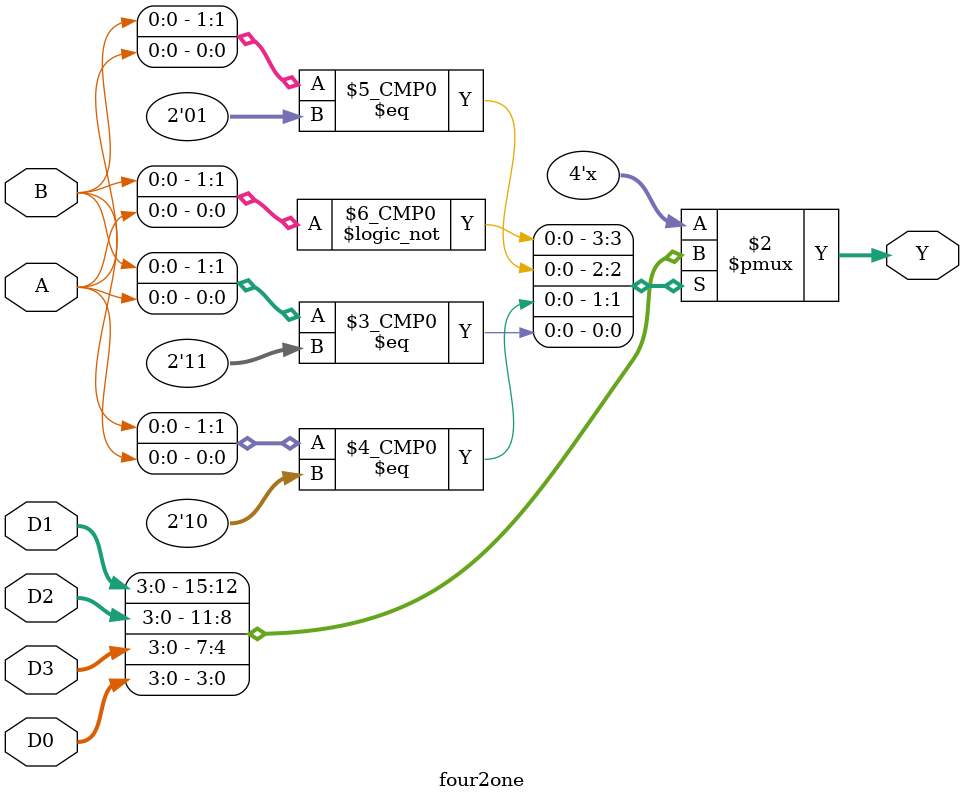
<source format=sv>
module four2one (
  input A,B,
  input [3:0] D0,
  input [3:0] D1,
  input [3:0] D2,
  input [3:0] D3,
  output logic [3:0] Y
);

  always_comb
    case ({B,A})
    2'b00: Y = D1;
    2'b01: Y = D2;
    2'b10: Y = D3;
    2'b11: Y = D0;
    endcase
  
endmodule
</source>
